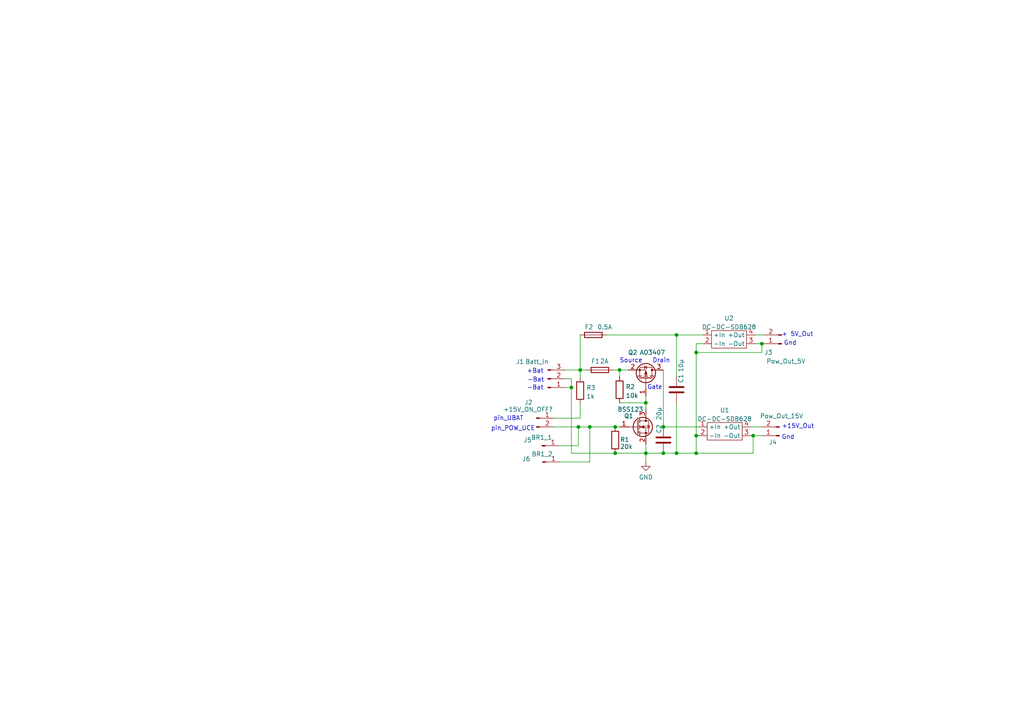
<source format=kicad_sch>
(kicad_sch (version 20211123) (generator eeschema)

  (uuid c3ea0578-92ff-4bf6-a1e1-e6211374ef30)

  (paper "A4")

  (lib_symbols
    (symbol "Connector:Conn_01x01_Male" (pin_names (offset 1.016) hide) (in_bom yes) (on_board yes)
      (property "Reference" "J" (id 0) (at 0 2.54 0)
        (effects (font (size 1.27 1.27)))
      )
      (property "Value" "Conn_01x01_Male" (id 1) (at 0 -2.54 0)
        (effects (font (size 1.27 1.27)))
      )
      (property "Footprint" "" (id 2) (at 0 0 0)
        (effects (font (size 1.27 1.27)) hide)
      )
      (property "Datasheet" "~" (id 3) (at 0 0 0)
        (effects (font (size 1.27 1.27)) hide)
      )
      (property "ki_keywords" "connector" (id 4) (at 0 0 0)
        (effects (font (size 1.27 1.27)) hide)
      )
      (property "ki_description" "Generic connector, single row, 01x01, script generated (kicad-library-utils/schlib/autogen/connector/)" (id 5) (at 0 0 0)
        (effects (font (size 1.27 1.27)) hide)
      )
      (property "ki_fp_filters" "Connector*:*" (id 6) (at 0 0 0)
        (effects (font (size 1.27 1.27)) hide)
      )
      (symbol "Conn_01x01_Male_1_1"
        (polyline
          (pts
            (xy 1.27 0)
            (xy 0.8636 0)
          )
          (stroke (width 0.1524) (type default) (color 0 0 0 0))
          (fill (type none))
        )
        (rectangle (start 0.8636 0.127) (end 0 -0.127)
          (stroke (width 0.1524) (type default) (color 0 0 0 0))
          (fill (type outline))
        )
        (pin passive line (at 5.08 0 180) (length 3.81)
          (name "Pin_1" (effects (font (size 1.27 1.27))))
          (number "1" (effects (font (size 1.27 1.27))))
        )
      )
    )
    (symbol "Connector:Conn_01x02_Male" (pin_names (offset 1.016) hide) (in_bom yes) (on_board yes)
      (property "Reference" "J" (id 0) (at 0 2.54 0)
        (effects (font (size 1.27 1.27)))
      )
      (property "Value" "Conn_01x02_Male" (id 1) (at 0 -5.08 0)
        (effects (font (size 1.27 1.27)))
      )
      (property "Footprint" "" (id 2) (at 0 0 0)
        (effects (font (size 1.27 1.27)) hide)
      )
      (property "Datasheet" "~" (id 3) (at 0 0 0)
        (effects (font (size 1.27 1.27)) hide)
      )
      (property "ki_keywords" "connector" (id 4) (at 0 0 0)
        (effects (font (size 1.27 1.27)) hide)
      )
      (property "ki_description" "Generic connector, single row, 01x02, script generated (kicad-library-utils/schlib/autogen/connector/)" (id 5) (at 0 0 0)
        (effects (font (size 1.27 1.27)) hide)
      )
      (property "ki_fp_filters" "Connector*:*_1x??_*" (id 6) (at 0 0 0)
        (effects (font (size 1.27 1.27)) hide)
      )
      (symbol "Conn_01x02_Male_1_1"
        (polyline
          (pts
            (xy 1.27 -2.54)
            (xy 0.8636 -2.54)
          )
          (stroke (width 0.1524) (type default) (color 0 0 0 0))
          (fill (type none))
        )
        (polyline
          (pts
            (xy 1.27 0)
            (xy 0.8636 0)
          )
          (stroke (width 0.1524) (type default) (color 0 0 0 0))
          (fill (type none))
        )
        (rectangle (start 0.8636 -2.413) (end 0 -2.667)
          (stroke (width 0.1524) (type default) (color 0 0 0 0))
          (fill (type outline))
        )
        (rectangle (start 0.8636 0.127) (end 0 -0.127)
          (stroke (width 0.1524) (type default) (color 0 0 0 0))
          (fill (type outline))
        )
        (pin passive line (at 5.08 0 180) (length 3.81)
          (name "Pin_1" (effects (font (size 1.27 1.27))))
          (number "1" (effects (font (size 1.27 1.27))))
        )
        (pin passive line (at 5.08 -2.54 180) (length 3.81)
          (name "Pin_2" (effects (font (size 1.27 1.27))))
          (number "2" (effects (font (size 1.27 1.27))))
        )
      )
    )
    (symbol "Connector:Conn_01x03_Male" (pin_names (offset 1.016) hide) (in_bom yes) (on_board yes)
      (property "Reference" "J" (id 0) (at 0 5.08 0)
        (effects (font (size 1.27 1.27)))
      )
      (property "Value" "Conn_01x03_Male" (id 1) (at 0 -5.08 0)
        (effects (font (size 1.27 1.27)))
      )
      (property "Footprint" "" (id 2) (at 0 0 0)
        (effects (font (size 1.27 1.27)) hide)
      )
      (property "Datasheet" "~" (id 3) (at 0 0 0)
        (effects (font (size 1.27 1.27)) hide)
      )
      (property "ki_keywords" "connector" (id 4) (at 0 0 0)
        (effects (font (size 1.27 1.27)) hide)
      )
      (property "ki_description" "Generic connector, single row, 01x03, script generated (kicad-library-utils/schlib/autogen/connector/)" (id 5) (at 0 0 0)
        (effects (font (size 1.27 1.27)) hide)
      )
      (property "ki_fp_filters" "Connector*:*_1x??_*" (id 6) (at 0 0 0)
        (effects (font (size 1.27 1.27)) hide)
      )
      (symbol "Conn_01x03_Male_1_1"
        (polyline
          (pts
            (xy 1.27 -2.54)
            (xy 0.8636 -2.54)
          )
          (stroke (width 0.1524) (type default) (color 0 0 0 0))
          (fill (type none))
        )
        (polyline
          (pts
            (xy 1.27 0)
            (xy 0.8636 0)
          )
          (stroke (width 0.1524) (type default) (color 0 0 0 0))
          (fill (type none))
        )
        (polyline
          (pts
            (xy 1.27 2.54)
            (xy 0.8636 2.54)
          )
          (stroke (width 0.1524) (type default) (color 0 0 0 0))
          (fill (type none))
        )
        (rectangle (start 0.8636 -2.413) (end 0 -2.667)
          (stroke (width 0.1524) (type default) (color 0 0 0 0))
          (fill (type outline))
        )
        (rectangle (start 0.8636 0.127) (end 0 -0.127)
          (stroke (width 0.1524) (type default) (color 0 0 0 0))
          (fill (type outline))
        )
        (rectangle (start 0.8636 2.667) (end 0 2.413)
          (stroke (width 0.1524) (type default) (color 0 0 0 0))
          (fill (type outline))
        )
        (pin passive line (at 5.08 2.54 180) (length 3.81)
          (name "Pin_1" (effects (font (size 1.27 1.27))))
          (number "1" (effects (font (size 1.27 1.27))))
        )
        (pin passive line (at 5.08 0 180) (length 3.81)
          (name "Pin_2" (effects (font (size 1.27 1.27))))
          (number "2" (effects (font (size 1.27 1.27))))
        )
        (pin passive line (at 5.08 -2.54 180) (length 3.81)
          (name "Pin_3" (effects (font (size 1.27 1.27))))
          (number "3" (effects (font (size 1.27 1.27))))
        )
      )
    )
    (symbol "Device:C" (pin_numbers hide) (pin_names (offset 0.254)) (in_bom yes) (on_board yes)
      (property "Reference" "C" (id 0) (at 0.635 2.54 0)
        (effects (font (size 1.27 1.27)) (justify left))
      )
      (property "Value" "C" (id 1) (at 0.635 -2.54 0)
        (effects (font (size 1.27 1.27)) (justify left))
      )
      (property "Footprint" "" (id 2) (at 0.9652 -3.81 0)
        (effects (font (size 1.27 1.27)) hide)
      )
      (property "Datasheet" "~" (id 3) (at 0 0 0)
        (effects (font (size 1.27 1.27)) hide)
      )
      (property "ki_keywords" "cap capacitor" (id 4) (at 0 0 0)
        (effects (font (size 1.27 1.27)) hide)
      )
      (property "ki_description" "Unpolarized capacitor" (id 5) (at 0 0 0)
        (effects (font (size 1.27 1.27)) hide)
      )
      (property "ki_fp_filters" "C_*" (id 6) (at 0 0 0)
        (effects (font (size 1.27 1.27)) hide)
      )
      (symbol "C_0_1"
        (polyline
          (pts
            (xy -2.032 -0.762)
            (xy 2.032 -0.762)
          )
          (stroke (width 0.508) (type default) (color 0 0 0 0))
          (fill (type none))
        )
        (polyline
          (pts
            (xy -2.032 0.762)
            (xy 2.032 0.762)
          )
          (stroke (width 0.508) (type default) (color 0 0 0 0))
          (fill (type none))
        )
      )
      (symbol "C_1_1"
        (pin passive line (at 0 3.81 270) (length 2.794)
          (name "~" (effects (font (size 1.27 1.27))))
          (number "1" (effects (font (size 1.27 1.27))))
        )
        (pin passive line (at 0 -3.81 90) (length 2.794)
          (name "~" (effects (font (size 1.27 1.27))))
          (number "2" (effects (font (size 1.27 1.27))))
        )
      )
    )
    (symbol "Device:Fuse" (pin_numbers hide) (pin_names (offset 0)) (in_bom yes) (on_board yes)
      (property "Reference" "F" (id 0) (at 2.032 0 90)
        (effects (font (size 1.27 1.27)))
      )
      (property "Value" "Fuse" (id 1) (at -1.905 0 90)
        (effects (font (size 1.27 1.27)))
      )
      (property "Footprint" "" (id 2) (at -1.778 0 90)
        (effects (font (size 1.27 1.27)) hide)
      )
      (property "Datasheet" "~" (id 3) (at 0 0 0)
        (effects (font (size 1.27 1.27)) hide)
      )
      (property "ki_keywords" "fuse" (id 4) (at 0 0 0)
        (effects (font (size 1.27 1.27)) hide)
      )
      (property "ki_description" "Fuse" (id 5) (at 0 0 0)
        (effects (font (size 1.27 1.27)) hide)
      )
      (property "ki_fp_filters" "*Fuse*" (id 6) (at 0 0 0)
        (effects (font (size 1.27 1.27)) hide)
      )
      (symbol "Fuse_0_1"
        (rectangle (start -0.762 -2.54) (end 0.762 2.54)
          (stroke (width 0.254) (type default) (color 0 0 0 0))
          (fill (type none))
        )
        (polyline
          (pts
            (xy 0 2.54)
            (xy 0 -2.54)
          )
          (stroke (width 0) (type default) (color 0 0 0 0))
          (fill (type none))
        )
      )
      (symbol "Fuse_1_1"
        (pin passive line (at 0 3.81 270) (length 1.27)
          (name "~" (effects (font (size 1.27 1.27))))
          (number "1" (effects (font (size 1.27 1.27))))
        )
        (pin passive line (at 0 -3.81 90) (length 1.27)
          (name "~" (effects (font (size 1.27 1.27))))
          (number "2" (effects (font (size 1.27 1.27))))
        )
      )
    )
    (symbol "Device:R" (pin_numbers hide) (pin_names (offset 0)) (in_bom yes) (on_board yes)
      (property "Reference" "R" (id 0) (at 2.032 0 90)
        (effects (font (size 1.27 1.27)))
      )
      (property "Value" "R" (id 1) (at 0 0 90)
        (effects (font (size 1.27 1.27)))
      )
      (property "Footprint" "" (id 2) (at -1.778 0 90)
        (effects (font (size 1.27 1.27)) hide)
      )
      (property "Datasheet" "~" (id 3) (at 0 0 0)
        (effects (font (size 1.27 1.27)) hide)
      )
      (property "ki_keywords" "R res resistor" (id 4) (at 0 0 0)
        (effects (font (size 1.27 1.27)) hide)
      )
      (property "ki_description" "Resistor" (id 5) (at 0 0 0)
        (effects (font (size 1.27 1.27)) hide)
      )
      (property "ki_fp_filters" "R_*" (id 6) (at 0 0 0)
        (effects (font (size 1.27 1.27)) hide)
      )
      (symbol "R_0_1"
        (rectangle (start -1.016 -2.54) (end 1.016 2.54)
          (stroke (width 0.254) (type default) (color 0 0 0 0))
          (fill (type none))
        )
      )
      (symbol "R_1_1"
        (pin passive line (at 0 3.81 270) (length 1.27)
          (name "~" (effects (font (size 1.27 1.27))))
          (number "1" (effects (font (size 1.27 1.27))))
        )
        (pin passive line (at 0 -3.81 90) (length 1.27)
          (name "~" (effects (font (size 1.27 1.27))))
          (number "2" (effects (font (size 1.27 1.27))))
        )
      )
    )
    (symbol "MyLibrary:DC-DC-MT3608" (in_bom yes) (on_board yes)
      (property "Reference" "U" (id 0) (at -6.35 7.62 0)
        (effects (font (size 1.27 1.27)))
      )
      (property "Value" "DC-DC-MT3608" (id 1) (at 0 5.08 0)
        (effects (font (size 1.27 1.27)))
      )
      (property "Footprint" "" (id 2) (at 0 0 0)
        (effects (font (size 1.27 1.27)) hide)
      )
      (property "Datasheet" "" (id 3) (at 0 0 0)
        (effects (font (size 1.27 1.27)) hide)
      )
      (symbol "DC-DC-MT3608_0_1"
        (rectangle (start 6.35 -1.27) (end -3.81 3.81)
          (stroke (width 0) (type default) (color 0 0 0 0))
          (fill (type none))
        )
      )
      (symbol "DC-DC-MT3608_1_1"
        (pin input line (at -6.35 2.54 0) (length 2.54)
          (name "+In" (effects (font (size 1.27 1.27))))
          (number "1" (effects (font (size 1.27 1.27))))
        )
        (pin input line (at -6.35 0 0) (length 2.54)
          (name "-In" (effects (font (size 1.27 1.27))))
          (number "2" (effects (font (size 1.27 1.27))))
        )
        (pin output line (at 8.89 0 180) (length 2.54)
          (name "-Out" (effects (font (size 1.27 1.27))))
          (number "3" (effects (font (size 1.27 1.27))))
        )
        (pin output line (at 8.89 2.54 180) (length 2.54)
          (name "+Out" (effects (font (size 1.27 1.27))))
          (number "4" (effects (font (size 1.27 1.27))))
        )
      )
    )
    (symbol "Transistor_FET:AO3401A" (pin_names hide) (in_bom yes) (on_board yes)
      (property "Reference" "Q" (id 0) (at 5.08 1.905 0)
        (effects (font (size 1.27 1.27)) (justify left))
      )
      (property "Value" "AO3401A" (id 1) (at 5.08 0 0)
        (effects (font (size 1.27 1.27)) (justify left))
      )
      (property "Footprint" "Package_TO_SOT_SMD:SOT-23" (id 2) (at 5.08 -1.905 0)
        (effects (font (size 1.27 1.27) italic) (justify left) hide)
      )
      (property "Datasheet" "http://www.aosmd.com/pdfs/datasheet/AO3401A.pdf" (id 3) (at 0 0 0)
        (effects (font (size 1.27 1.27)) (justify left) hide)
      )
      (property "ki_keywords" "P-Channel MOSFET" (id 4) (at 0 0 0)
        (effects (font (size 1.27 1.27)) hide)
      )
      (property "ki_description" "-4.0A Id, -30V Vds, P-Channel MOSFET, SOT-23" (id 5) (at 0 0 0)
        (effects (font (size 1.27 1.27)) hide)
      )
      (property "ki_fp_filters" "SOT?23*" (id 6) (at 0 0 0)
        (effects (font (size 1.27 1.27)) hide)
      )
      (symbol "AO3401A_0_1"
        (polyline
          (pts
            (xy 0.254 0)
            (xy -2.54 0)
          )
          (stroke (width 0) (type default) (color 0 0 0 0))
          (fill (type none))
        )
        (polyline
          (pts
            (xy 0.254 1.905)
            (xy 0.254 -1.905)
          )
          (stroke (width 0.254) (type default) (color 0 0 0 0))
          (fill (type none))
        )
        (polyline
          (pts
            (xy 0.762 -1.27)
            (xy 0.762 -2.286)
          )
          (stroke (width 0.254) (type default) (color 0 0 0 0))
          (fill (type none))
        )
        (polyline
          (pts
            (xy 0.762 0.508)
            (xy 0.762 -0.508)
          )
          (stroke (width 0.254) (type default) (color 0 0 0 0))
          (fill (type none))
        )
        (polyline
          (pts
            (xy 0.762 2.286)
            (xy 0.762 1.27)
          )
          (stroke (width 0.254) (type default) (color 0 0 0 0))
          (fill (type none))
        )
        (polyline
          (pts
            (xy 2.54 2.54)
            (xy 2.54 1.778)
          )
          (stroke (width 0) (type default) (color 0 0 0 0))
          (fill (type none))
        )
        (polyline
          (pts
            (xy 2.54 -2.54)
            (xy 2.54 0)
            (xy 0.762 0)
          )
          (stroke (width 0) (type default) (color 0 0 0 0))
          (fill (type none))
        )
        (polyline
          (pts
            (xy 0.762 1.778)
            (xy 3.302 1.778)
            (xy 3.302 -1.778)
            (xy 0.762 -1.778)
          )
          (stroke (width 0) (type default) (color 0 0 0 0))
          (fill (type none))
        )
        (polyline
          (pts
            (xy 2.286 0)
            (xy 1.27 0.381)
            (xy 1.27 -0.381)
            (xy 2.286 0)
          )
          (stroke (width 0) (type default) (color 0 0 0 0))
          (fill (type outline))
        )
        (polyline
          (pts
            (xy 2.794 -0.508)
            (xy 2.921 -0.381)
            (xy 3.683 -0.381)
            (xy 3.81 -0.254)
          )
          (stroke (width 0) (type default) (color 0 0 0 0))
          (fill (type none))
        )
        (polyline
          (pts
            (xy 3.302 -0.381)
            (xy 2.921 0.254)
            (xy 3.683 0.254)
            (xy 3.302 -0.381)
          )
          (stroke (width 0) (type default) (color 0 0 0 0))
          (fill (type none))
        )
        (circle (center 1.651 0) (radius 2.794)
          (stroke (width 0.254) (type default) (color 0 0 0 0))
          (fill (type none))
        )
        (circle (center 2.54 -1.778) (radius 0.254)
          (stroke (width 0) (type default) (color 0 0 0 0))
          (fill (type outline))
        )
        (circle (center 2.54 1.778) (radius 0.254)
          (stroke (width 0) (type default) (color 0 0 0 0))
          (fill (type outline))
        )
      )
      (symbol "AO3401A_1_1"
        (pin input line (at -5.08 0 0) (length 2.54)
          (name "G" (effects (font (size 1.27 1.27))))
          (number "1" (effects (font (size 1.27 1.27))))
        )
        (pin passive line (at 2.54 -5.08 90) (length 2.54)
          (name "S" (effects (font (size 1.27 1.27))))
          (number "2" (effects (font (size 1.27 1.27))))
        )
        (pin passive line (at 2.54 5.08 270) (length 2.54)
          (name "D" (effects (font (size 1.27 1.27))))
          (number "3" (effects (font (size 1.27 1.27))))
        )
      )
    )
    (symbol "Transistor_FET:BSS123" (pin_names hide) (in_bom yes) (on_board yes)
      (property "Reference" "Q" (id 0) (at 5.08 1.905 0)
        (effects (font (size 1.27 1.27)) (justify left))
      )
      (property "Value" "BSS123" (id 1) (at 5.08 0 0)
        (effects (font (size 1.27 1.27)) (justify left))
      )
      (property "Footprint" "Package_TO_SOT_SMD:SOT-23" (id 2) (at 5.08 -1.905 0)
        (effects (font (size 1.27 1.27) italic) (justify left) hide)
      )
      (property "Datasheet" "http://www.diodes.com/assets/Datasheets/ds30366.pdf" (id 3) (at 0 0 0)
        (effects (font (size 1.27 1.27)) (justify left) hide)
      )
      (property "ki_keywords" "N-Channel MOSFET" (id 4) (at 0 0 0)
        (effects (font (size 1.27 1.27)) hide)
      )
      (property "ki_description" "0.17A Id, 100V Vds, N-Channel MOSFET, SOT-23" (id 5) (at 0 0 0)
        (effects (font (size 1.27 1.27)) hide)
      )
      (property "ki_fp_filters" "SOT?23*" (id 6) (at 0 0 0)
        (effects (font (size 1.27 1.27)) hide)
      )
      (symbol "BSS123_0_1"
        (polyline
          (pts
            (xy 0.254 0)
            (xy -2.54 0)
          )
          (stroke (width 0) (type default) (color 0 0 0 0))
          (fill (type none))
        )
        (polyline
          (pts
            (xy 0.254 1.905)
            (xy 0.254 -1.905)
          )
          (stroke (width 0.254) (type default) (color 0 0 0 0))
          (fill (type none))
        )
        (polyline
          (pts
            (xy 0.762 -1.27)
            (xy 0.762 -2.286)
          )
          (stroke (width 0.254) (type default) (color 0 0 0 0))
          (fill (type none))
        )
        (polyline
          (pts
            (xy 0.762 0.508)
            (xy 0.762 -0.508)
          )
          (stroke (width 0.254) (type default) (color 0 0 0 0))
          (fill (type none))
        )
        (polyline
          (pts
            (xy 0.762 2.286)
            (xy 0.762 1.27)
          )
          (stroke (width 0.254) (type default) (color 0 0 0 0))
          (fill (type none))
        )
        (polyline
          (pts
            (xy 2.54 2.54)
            (xy 2.54 1.778)
          )
          (stroke (width 0) (type default) (color 0 0 0 0))
          (fill (type none))
        )
        (polyline
          (pts
            (xy 2.54 -2.54)
            (xy 2.54 0)
            (xy 0.762 0)
          )
          (stroke (width 0) (type default) (color 0 0 0 0))
          (fill (type none))
        )
        (polyline
          (pts
            (xy 0.762 -1.778)
            (xy 3.302 -1.778)
            (xy 3.302 1.778)
            (xy 0.762 1.778)
          )
          (stroke (width 0) (type default) (color 0 0 0 0))
          (fill (type none))
        )
        (polyline
          (pts
            (xy 1.016 0)
            (xy 2.032 0.381)
            (xy 2.032 -0.381)
            (xy 1.016 0)
          )
          (stroke (width 0) (type default) (color 0 0 0 0))
          (fill (type outline))
        )
        (polyline
          (pts
            (xy 2.794 0.508)
            (xy 2.921 0.381)
            (xy 3.683 0.381)
            (xy 3.81 0.254)
          )
          (stroke (width 0) (type default) (color 0 0 0 0))
          (fill (type none))
        )
        (polyline
          (pts
            (xy 3.302 0.381)
            (xy 2.921 -0.254)
            (xy 3.683 -0.254)
            (xy 3.302 0.381)
          )
          (stroke (width 0) (type default) (color 0 0 0 0))
          (fill (type none))
        )
        (circle (center 1.651 0) (radius 2.794)
          (stroke (width 0.254) (type default) (color 0 0 0 0))
          (fill (type none))
        )
        (circle (center 2.54 -1.778) (radius 0.254)
          (stroke (width 0) (type default) (color 0 0 0 0))
          (fill (type outline))
        )
        (circle (center 2.54 1.778) (radius 0.254)
          (stroke (width 0) (type default) (color 0 0 0 0))
          (fill (type outline))
        )
      )
      (symbol "BSS123_1_1"
        (pin input line (at -5.08 0 0) (length 2.54)
          (name "G" (effects (font (size 1.27 1.27))))
          (number "1" (effects (font (size 1.27 1.27))))
        )
        (pin passive line (at 2.54 -5.08 90) (length 2.54)
          (name "S" (effects (font (size 1.27 1.27))))
          (number "2" (effects (font (size 1.27 1.27))))
        )
        (pin passive line (at 2.54 5.08 270) (length 2.54)
          (name "D" (effects (font (size 1.27 1.27))))
          (number "3" (effects (font (size 1.27 1.27))))
        )
      )
    )
    (symbol "power:GND" (power) (pin_names (offset 0)) (in_bom yes) (on_board yes)
      (property "Reference" "#PWR" (id 0) (at 0 -6.35 0)
        (effects (font (size 1.27 1.27)) hide)
      )
      (property "Value" "GND" (id 1) (at 0 -3.81 0)
        (effects (font (size 1.27 1.27)))
      )
      (property "Footprint" "" (id 2) (at 0 0 0)
        (effects (font (size 1.27 1.27)) hide)
      )
      (property "Datasheet" "" (id 3) (at 0 0 0)
        (effects (font (size 1.27 1.27)) hide)
      )
      (property "ki_keywords" "global power" (id 4) (at 0 0 0)
        (effects (font (size 1.27 1.27)) hide)
      )
      (property "ki_description" "Power symbol creates a global label with name \"GND\" , ground" (id 5) (at 0 0 0)
        (effects (font (size 1.27 1.27)) hide)
      )
      (symbol "GND_0_1"
        (polyline
          (pts
            (xy 0 0)
            (xy 0 -1.27)
            (xy 1.27 -1.27)
            (xy 0 -2.54)
            (xy -1.27 -1.27)
            (xy 0 -1.27)
          )
          (stroke (width 0) (type default) (color 0 0 0 0))
          (fill (type none))
        )
      )
      (symbol "GND_1_1"
        (pin power_in line (at 0 0 270) (length 0) hide
          (name "GND" (effects (font (size 1.27 1.27))))
          (number "1" (effects (font (size 1.27 1.27))))
        )
      )
    )
  )

  (junction (at 178.435 123.825) (diameter 0) (color 0 0 0 0)
    (uuid 0229a5d1-6798-49c9-b616-11aae27b82e2)
  )
  (junction (at 165.735 112.395) (diameter 0) (color 0 0 0 0)
    (uuid 1549dd87-22c8-4e0a-ae75-515d9a9b1010)
  )
  (junction (at 218.44 126.365) (diameter 0) (color 0 0 0 0)
    (uuid 16348ce5-6413-4eb0-adc8-4adea4a8f036)
  )
  (junction (at 187.325 116.84) (diameter 0) (color 0 0 0 0)
    (uuid 29b915f9-b260-47bc-9219-3472267a2187)
  )
  (junction (at 220.98 99.695) (diameter 0) (color 0 0 0 0)
    (uuid 3d218318-715f-42b5-9e9c-81627b428f66)
  )
  (junction (at 167.767 123.825) (diameter 0) (color 0 0 0 0)
    (uuid 4b7ebab2-e88b-42b8-8af6-0780fe38cb31)
  )
  (junction (at 171.069 123.825) (diameter 0) (color 0 0 0 0)
    (uuid 79b4df33-b508-41e6-aec1-1292613802ad)
  )
  (junction (at 192.405 123.825) (diameter 0) (color 0 0 0 0)
    (uuid 8b16eb32-74fc-4e09-9b83-b3e29980a3ba)
  )
  (junction (at 168.275 107.315) (diameter 0) (color 0 0 0 0)
    (uuid 8c20a2b0-aba2-40bf-ac62-5bb2befc3cbe)
  )
  (junction (at 201.93 126.365) (diameter 0) (color 0 0 0 0)
    (uuid 8e37fbd3-dfc7-4622-8a53-2dd88bbb4520)
  )
  (junction (at 179.705 107.315) (diameter 0) (color 0 0 0 0)
    (uuid 9636037e-6218-481e-8099-8f9d3fa5f50d)
  )
  (junction (at 178.435 131.445) (diameter 0) (color 0 0 0 0)
    (uuid 9e17088f-4c41-49a3-91cc-b763b6b4fe74)
  )
  (junction (at 201.93 102.235) (diameter 0) (color 0 0 0 0)
    (uuid a26be092-3f52-458d-a7bf-5df062fccf4e)
  )
  (junction (at 196.215 131.445) (diameter 0) (color 0 0 0 0)
    (uuid a70adf81-70e2-4954-ac24-87437854f847)
  )
  (junction (at 201.93 131.445) (diameter 0) (color 0 0 0 0)
    (uuid be3bca6c-5957-459d-8635-737f9b29f0aa)
  )
  (junction (at 187.325 131.445) (diameter 0) (color 0 0 0 0)
    (uuid da853990-8817-44ba-9308-ac6b5bb9d42a)
  )
  (junction (at 192.405 131.445) (diameter 0) (color 0 0 0 0)
    (uuid e5970084-5e26-43bf-bd56-0f7e21086f53)
  )
  (junction (at 196.215 97.155) (diameter 0) (color 0 0 0 0)
    (uuid f1ed7fc4-a5af-45ed-a2ad-605adcc51764)
  )

  (wire (pts (xy 187.325 128.905) (xy 187.325 131.445))
    (stroke (width 0) (type default) (color 0 0 0 0))
    (uuid 05b0a390-7fba-4dd7-a2da-40d36212a3b6)
  )
  (wire (pts (xy 201.93 131.445) (xy 218.44 131.445))
    (stroke (width 0) (type default) (color 0 0 0 0))
    (uuid 081b9dcf-5128-4c09-be60-53a7da7560ad)
  )
  (wire (pts (xy 220.98 99.695) (xy 220.98 102.235))
    (stroke (width 0) (type default) (color 0 0 0 0))
    (uuid 081d9a35-044a-4d4f-b058-4e0c39fdfb45)
  )
  (wire (pts (xy 162.433 133.985) (xy 171.069 133.985))
    (stroke (width 0) (type default) (color 0 0 0 0))
    (uuid 08fccecf-72a7-420c-adf6-97e215474b87)
  )
  (wire (pts (xy 201.93 102.235) (xy 220.98 102.235))
    (stroke (width 0) (type default) (color 0 0 0 0))
    (uuid 0c1ab3b7-5c88-405d-9b94-d24b11384994)
  )
  (wire (pts (xy 187.325 114.935) (xy 187.325 116.84))
    (stroke (width 0) (type default) (color 0 0 0 0))
    (uuid 1b328eba-f10a-4716-8af4-e1ac49f37fe0)
  )
  (wire (pts (xy 187.325 131.445) (xy 192.405 131.445))
    (stroke (width 0) (type default) (color 0 0 0 0))
    (uuid 1d7c50aa-8898-480f-8f20-07e3fa0a9a24)
  )
  (wire (pts (xy 163.957 112.395) (xy 165.735 112.395))
    (stroke (width 0) (type default) (color 0 0 0 0))
    (uuid 1e0fe2fd-a3b1-4bc3-9e16-b04d3beafdc2)
  )
  (wire (pts (xy 201.93 126.365) (xy 201.93 102.235))
    (stroke (width 0) (type default) (color 0 0 0 0))
    (uuid 1e407785-ba07-4e7b-af33-86c6c41f66f9)
  )
  (wire (pts (xy 179.705 107.315) (xy 182.245 107.315))
    (stroke (width 0) (type default) (color 0 0 0 0))
    (uuid 22219f3d-8069-459e-aa6a-164c4bf71b36)
  )
  (wire (pts (xy 160.655 121.285) (xy 168.275 121.285))
    (stroke (width 0) (type default) (color 0 0 0 0))
    (uuid 2d621992-7107-4cb6-bef5-3e9367b3a450)
  )
  (wire (pts (xy 167.767 129.286) (xy 167.767 123.825))
    (stroke (width 0) (type default) (color 0 0 0 0))
    (uuid 2fd57e83-a028-4963-8ed9-88e33a35f4ae)
  )
  (wire (pts (xy 160.655 123.825) (xy 167.767 123.825))
    (stroke (width 0) (type default) (color 0 0 0 0))
    (uuid 32177bdc-b6bf-4f6f-b2dc-f6d5b6aa421e)
  )
  (wire (pts (xy 163.957 109.855) (xy 165.735 109.855))
    (stroke (width 0) (type default) (color 0 0 0 0))
    (uuid 32ae59db-42f2-4fe8-9233-8de3ae986910)
  )
  (wire (pts (xy 179.705 107.315) (xy 179.705 109.22))
    (stroke (width 0) (type default) (color 0 0 0 0))
    (uuid 33108f1b-5976-46dd-90cc-4855782b4f6d)
  )
  (wire (pts (xy 178.435 131.445) (xy 187.325 131.445))
    (stroke (width 0) (type default) (color 0 0 0 0))
    (uuid 37c65f4e-7d18-470b-9620-fc927bde199a)
  )
  (wire (pts (xy 187.325 116.84) (xy 187.325 118.745))
    (stroke (width 0) (type default) (color 0 0 0 0))
    (uuid 384e970a-5879-4108-8fcb-398e787224a1)
  )
  (wire (pts (xy 171.069 123.825) (xy 178.435 123.825))
    (stroke (width 0) (type default) (color 0 0 0 0))
    (uuid 3ba09dc2-dc1d-449a-a51f-d0729bded04c)
  )
  (wire (pts (xy 196.215 116.84) (xy 196.215 131.445))
    (stroke (width 0) (type default) (color 0 0 0 0))
    (uuid 47c83de0-b1b1-49e6-81e1-cd771c5a3563)
  )
  (wire (pts (xy 187.325 131.445) (xy 187.325 133.985))
    (stroke (width 0) (type default) (color 0 0 0 0))
    (uuid 4f3fa27d-63d7-4d1e-9302-e82ad089d2d3)
  )
  (wire (pts (xy 163.957 107.315) (xy 168.275 107.315))
    (stroke (width 0) (type default) (color 0 0 0 0))
    (uuid 53ce6c7e-bfea-42fb-9767-b29e4d36547e)
  )
  (wire (pts (xy 217.805 123.825) (xy 220.98 123.825))
    (stroke (width 0) (type default) (color 0 0 0 0))
    (uuid 5f05990d-1fcd-4ff9-9cf7-490b2e8bece0)
  )
  (wire (pts (xy 171.069 133.985) (xy 171.069 123.825))
    (stroke (width 0) (type default) (color 0 0 0 0))
    (uuid 669ca8af-60cd-49c1-81cc-59d76a4b5769)
  )
  (wire (pts (xy 177.8 107.315) (xy 179.705 107.315))
    (stroke (width 0) (type default) (color 0 0 0 0))
    (uuid 67632a57-665e-4686-b8bd-a16b9646c698)
  )
  (wire (pts (xy 179.705 116.84) (xy 187.325 116.84))
    (stroke (width 0) (type default) (color 0 0 0 0))
    (uuid 6fd20998-f71c-4a3b-b70f-49ae9703303c)
  )
  (wire (pts (xy 168.275 97.155) (xy 168.275 107.315))
    (stroke (width 0) (type default) (color 0 0 0 0))
    (uuid 76136b99-334a-4c3d-a4ac-7a8f68c0254d)
  )
  (wire (pts (xy 165.735 112.395) (xy 165.735 131.445))
    (stroke (width 0) (type default) (color 0 0 0 0))
    (uuid 7bfaf601-5796-45b7-a10d-64497ed8e2d6)
  )
  (wire (pts (xy 217.805 126.365) (xy 218.44 126.365))
    (stroke (width 0) (type default) (color 0 0 0 0))
    (uuid 8ae9ac9f-35dd-4617-bbc1-9a1aeb1b1254)
  )
  (wire (pts (xy 167.767 123.825) (xy 171.069 123.825))
    (stroke (width 0) (type default) (color 0 0 0 0))
    (uuid 8bbac868-42db-4c2c-a160-6019a54a6f8f)
  )
  (wire (pts (xy 165.735 109.855) (xy 165.735 112.395))
    (stroke (width 0) (type default) (color 0 0 0 0))
    (uuid 8ce83573-2ab6-40bb-a981-03c0d7f4233e)
  )
  (wire (pts (xy 220.98 99.695) (xy 221.615 99.695))
    (stroke (width 0) (type default) (color 0 0 0 0))
    (uuid 9d6df66c-a8ca-4ff4-9662-c33dbd7509c1)
  )
  (wire (pts (xy 168.275 107.315) (xy 170.18 107.315))
    (stroke (width 0) (type default) (color 0 0 0 0))
    (uuid 9fe09ded-23a4-4d7a-a5c6-ba6b68efbf36)
  )
  (wire (pts (xy 201.93 126.365) (xy 202.565 126.365))
    (stroke (width 0) (type default) (color 0 0 0 0))
    (uuid a01680a0-d526-4bc6-a6dc-e3a05a85dae2)
  )
  (wire (pts (xy 192.405 131.445) (xy 196.215 131.445))
    (stroke (width 0) (type default) (color 0 0 0 0))
    (uuid a1f36b1b-68f1-43c4-96dd-2c21ceb5c4c1)
  )
  (wire (pts (xy 175.895 97.155) (xy 196.215 97.155))
    (stroke (width 0) (type default) (color 0 0 0 0))
    (uuid b003fa07-821e-41a7-ac90-54509e0f997e)
  )
  (wire (pts (xy 218.44 126.365) (xy 220.98 126.365))
    (stroke (width 0) (type default) (color 0 0 0 0))
    (uuid b288769b-493f-4466-aed6-0868586ede4d)
  )
  (wire (pts (xy 201.93 126.365) (xy 201.93 131.445))
    (stroke (width 0) (type default) (color 0 0 0 0))
    (uuid b719c44d-e9fb-44f8-95c4-9ee1e50acbaf)
  )
  (wire (pts (xy 218.44 131.445) (xy 218.44 126.365))
    (stroke (width 0) (type default) (color 0 0 0 0))
    (uuid b744ec4f-4d83-42d0-aea3-b44f0fc97b59)
  )
  (wire (pts (xy 192.405 123.825) (xy 192.405 107.315))
    (stroke (width 0) (type default) (color 0 0 0 0))
    (uuid b7fb837a-6853-4b67-b8e2-0b22354e2694)
  )
  (wire (pts (xy 162.306 129.286) (xy 167.767 129.286))
    (stroke (width 0) (type default) (color 0 0 0 0))
    (uuid bb1186a0-7ab8-42a0-82e1-14176dbeb05a)
  )
  (wire (pts (xy 165.735 131.445) (xy 178.435 131.445))
    (stroke (width 0) (type default) (color 0 0 0 0))
    (uuid c13cee8e-8425-4541-a190-5d962493bd01)
  )
  (wire (pts (xy 196.215 131.445) (xy 201.93 131.445))
    (stroke (width 0) (type default) (color 0 0 0 0))
    (uuid c5fc8ef9-df78-4c4b-a87d-c94cf8b74d10)
  )
  (wire (pts (xy 168.275 117.094) (xy 168.275 121.285))
    (stroke (width 0) (type default) (color 0 0 0 0))
    (uuid c943f70e-6837-45ab-8fd1-633d01631e90)
  )
  (wire (pts (xy 178.435 123.825) (xy 179.705 123.825))
    (stroke (width 0) (type default) (color 0 0 0 0))
    (uuid cb59c2ca-5d8f-48ae-a6da-9aac6ee563bd)
  )
  (wire (pts (xy 168.275 107.315) (xy 168.275 109.474))
    (stroke (width 0) (type default) (color 0 0 0 0))
    (uuid cd8856cf-a1d7-4eed-808c-1e5f04c93beb)
  )
  (wire (pts (xy 196.215 97.155) (xy 203.835 97.155))
    (stroke (width 0) (type default) (color 0 0 0 0))
    (uuid d7023bb4-ba8d-4233-a762-2fc8cf1f0a23)
  )
  (wire (pts (xy 201.93 99.695) (xy 203.835 99.695))
    (stroke (width 0) (type default) (color 0 0 0 0))
    (uuid e1d7351b-a9a0-46cb-be4d-beb700857050)
  )
  (wire (pts (xy 196.215 97.155) (xy 196.215 109.22))
    (stroke (width 0) (type default) (color 0 0 0 0))
    (uuid e510bfee-3d3b-4266-b023-c6c1e426e4b3)
  )
  (wire (pts (xy 201.93 102.235) (xy 201.93 99.695))
    (stroke (width 0) (type default) (color 0 0 0 0))
    (uuid eb0dfda9-4349-455c-8344-f5a2e13d9011)
  )
  (wire (pts (xy 192.405 123.825) (xy 202.565 123.825))
    (stroke (width 0) (type default) (color 0 0 0 0))
    (uuid ece2dac7-a4c1-46bc-91c9-16922f32f7af)
  )
  (wire (pts (xy 219.075 99.695) (xy 220.98 99.695))
    (stroke (width 0) (type default) (color 0 0 0 0))
    (uuid f130cfc3-72e0-4622-8b69-ed1be44a8162)
  )
  (wire (pts (xy 219.075 97.155) (xy 221.615 97.155))
    (stroke (width 0) (type default) (color 0 0 0 0))
    (uuid f1b5f88a-82b3-45e7-b16e-2099ef2079c6)
  )

  (text "Drain" (at 189.23 105.41 0)
    (effects (font (size 1.27 1.27)) (justify left bottom))
    (uuid 012e2be7-c92f-49e6-9552-73faa3bce35c)
  )
  (text "pin_UBAT" (at 143.129 122.174 0)
    (effects (font (size 1.27 1.27)) (justify left bottom))
    (uuid 2c4b7f4e-9f34-4266-b0ff-cb63cd4363f2)
  )
  (text "-Bat" (at 152.781 113.284 0)
    (effects (font (size 1.27 1.27)) (justify left bottom))
    (uuid 338d3bc2-5a88-4b96-826f-324592557999)
  )
  (text "Source" (at 179.705 105.41 0)
    (effects (font (size 1.27 1.27)) (justify left bottom))
    (uuid 463b4f05-0cc8-48b3-9f90-5e71e9d61b36)
  )
  (text "+Bat" (at 152.781 108.458 0)
    (effects (font (size 1.27 1.27)) (justify left bottom))
    (uuid 464d1115-497f-4352-b725-0d9fcd65b34e)
  )
  (text "pin_POW_UCE" (at 142.367 125.095 0)
    (effects (font (size 1.27 1.27)) (justify left bottom))
    (uuid 4a8a25c0-9aa7-4a42-b3b6-6d3bd720063a)
  )
  (text "+15V_Out" (at 226.695 124.46 0)
    (effects (font (size 1.27 1.27)) (justify left bottom))
    (uuid 627f936e-53c2-4cca-acee-1c2a1408555f)
  )
  (text "-Bat" (at 152.908 110.998 0)
    (effects (font (size 1.27 1.27)) (justify left bottom))
    (uuid 7739213b-6be5-468f-8c81-bcc179b63f04)
  )
  (text "Gnd" (at 226.695 127.635 0)
    (effects (font (size 1.27 1.27)) (justify left bottom))
    (uuid 98479078-861d-4e61-bce0-e77433c6e289)
  )
  (text "Gate" (at 187.706 113.157 0)
    (effects (font (size 1.27 1.27)) (justify left bottom))
    (uuid b826d7aa-e9d0-41d4-9241-dab9f47cb83f)
  )
  (text "Gnd" (at 227.33 100.33 0)
    (effects (font (size 1.27 1.27)) (justify left bottom))
    (uuid beaa7306-697f-4309-b488-25aa4ffa9440)
  )
  (text "+ 5V_Out" (at 226.695 97.79 0)
    (effects (font (size 1.27 1.27)) (justify left bottom))
    (uuid dc664220-79ce-4000-b0f1-b5c35d288c55)
  )

  (symbol (lib_id "Connector:Conn_01x02_Male") (at 226.695 99.695 180) (unit 1)
    (in_bom yes) (on_board yes)
    (uuid 021ffd8c-04e5-47e5-904f-cb785bc3c18f)
    (property "Reference" "J3" (id 0) (at 222.885 102.235 0))
    (property "Value" "Pow_Out_5V" (id 1) (at 227.965 104.775 0))
    (property "Footprint" "Connector_PinHeader_2.54mm:PinHeader_1x02_P2.54mm_Vertical" (id 2) (at 226.695 99.695 0)
      (effects (font (size 1.27 1.27)) hide)
    )
    (property "Datasheet" "~" (id 3) (at 226.695 99.695 0)
      (effects (font (size 1.27 1.27)) hide)
    )
    (pin "1" (uuid 40af5951-eccc-4a40-b585-127aee5dc3cf))
    (pin "2" (uuid ea7c2c80-54a9-4aa0-a978-a41652025ad1))
  )

  (symbol (lib_id "Device:R") (at 168.275 113.284 0) (unit 1)
    (in_bom yes) (on_board yes) (fields_autoplaced)
    (uuid 06848055-f8c1-4a9d-97a4-cadaa93f73b6)
    (property "Reference" "R3" (id 0) (at 170.053 112.4493 0)
      (effects (font (size 1.27 1.27)) (justify left))
    )
    (property "Value" "1k" (id 1) (at 170.053 114.9862 0)
      (effects (font (size 1.27 1.27)) (justify left))
    )
    (property "Footprint" "Resistor_SMD:R_1206_3216Metric_Pad1.30x1.75mm_HandSolder" (id 2) (at 166.497 113.284 90)
      (effects (font (size 1.27 1.27)) hide)
    )
    (property "Datasheet" "~" (id 3) (at 168.275 113.284 0)
      (effects (font (size 1.27 1.27)) hide)
    )
    (pin "1" (uuid fab5b643-f7df-4978-88fb-79e02aa24a3f))
    (pin "2" (uuid d9c857d1-5c6e-4714-926e-0852d8ee461f))
  )

  (symbol (lib_id "MyLibrary:DC-DC-MT3608") (at 210.185 99.695 0) (unit 1)
    (in_bom yes) (on_board yes) (fields_autoplaced)
    (uuid 26e25936-eb95-4be0-8eac-4cef4922cc75)
    (property "Reference" "U2" (id 0) (at 211.455 92.3122 0))
    (property "Value" "DC-DC-SDB628" (id 1) (at 211.455 94.8491 0))
    (property "Footprint" "Library:DC-DC-SDB628" (id 2) (at 210.185 99.695 0)
      (effects (font (size 1.27 1.27)) hide)
    )
    (property "Datasheet" "" (id 3) (at 210.185 99.695 0)
      (effects (font (size 1.27 1.27)) hide)
    )
    (pin "1" (uuid d9d1356b-3544-4754-b4d5-3af6a30451d7))
    (pin "2" (uuid bbcc1de1-29c0-47a5-bdfa-bd396142bfd6))
    (pin "3" (uuid b7423100-6a7b-45e6-928f-b672143164a0))
    (pin "4" (uuid c5d8dd08-bacd-424b-b573-67fa56958da0))
  )

  (symbol (lib_id "Device:R") (at 178.435 127.635 0) (unit 1)
    (in_bom yes) (on_board yes)
    (uuid 271fc7f6-49c4-4191-83c8-f4296fc27c67)
    (property "Reference" "R1" (id 0) (at 179.832 127.508 0)
      (effects (font (size 1.27 1.27)) (justify left))
    )
    (property "Value" "20k" (id 1) (at 179.832 129.54 0)
      (effects (font (size 1.27 1.27)) (justify left))
    )
    (property "Footprint" "Resistor_SMD:R_1206_3216Metric_Pad1.30x1.75mm_HandSolder" (id 2) (at 176.657 127.635 90)
      (effects (font (size 1.27 1.27)) hide)
    )
    (property "Datasheet" "~" (id 3) (at 178.435 127.635 0)
      (effects (font (size 1.27 1.27)) hide)
    )
    (pin "1" (uuid f58e9f98-2cd9-4c7c-95dd-fe402b3a3722))
    (pin "2" (uuid 5bfb7e34-a5d8-4811-8799-4a1ac18c3327))
  )

  (symbol (lib_id "Device:C") (at 196.215 113.03 0) (unit 1)
    (in_bom yes) (on_board yes)
    (uuid 2ac84aa2-4925-4785-b07a-718d5c6042f0)
    (property "Reference" "C1" (id 0) (at 197.485 111.125 90)
      (effects (font (size 1.27 1.27)) (justify left))
    )
    (property "Value" "10µ" (id 1) (at 197.485 107.95 90)
      (effects (font (size 1.27 1.27)) (justify left))
    )
    (property "Footprint" "Capacitor_SMD:C_1206_3216Metric_Pad1.33x1.80mm_HandSolder" (id 2) (at 197.1802 116.84 0)
      (effects (font (size 1.27 1.27)) hide)
    )
    (property "Datasheet" "~" (id 3) (at 196.215 113.03 0)
      (effects (font (size 1.27 1.27)) hide)
    )
    (pin "1" (uuid 84667884-588a-4b8c-a951-ad8df6a9506d))
    (pin "2" (uuid 86187978-2956-43e9-9c41-879bbb6b5f48))
  )

  (symbol (lib_id "MyLibrary:DC-DC-MT3608") (at 208.915 126.365 0) (unit 1)
    (in_bom yes) (on_board yes) (fields_autoplaced)
    (uuid 340788c7-ac11-46f5-8a3c-76875ac07118)
    (property "Reference" "U1" (id 0) (at 210.185 118.9822 0))
    (property "Value" "DC-DC-SDB628" (id 1) (at 210.185 121.5191 0))
    (property "Footprint" "Library:DC-DC-SDB628" (id 2) (at 208.915 126.365 0)
      (effects (font (size 1.27 1.27)) hide)
    )
    (property "Datasheet" "" (id 3) (at 208.915 126.365 0)
      (effects (font (size 1.27 1.27)) hide)
    )
    (pin "1" (uuid 750f7980-3d79-490b-a623-a705c5f61745))
    (pin "2" (uuid 9e694682-85a8-4a2f-bd5c-7270e2b9818f))
    (pin "3" (uuid c208ea2a-6ea5-44d0-a6b3-11f87f5f572b))
    (pin "4" (uuid e0dc854d-9cbe-4f3c-aaa3-83c770cf8547))
  )

  (symbol (lib_id "Connector:Conn_01x01_Male") (at 157.353 133.985 0) (unit 1)
    (in_bom yes) (on_board yes)
    (uuid 3f4fed46-7f82-4f6c-abf2-79cb26272931)
    (property "Reference" "J6" (id 0) (at 152.654 133.096 0))
    (property "Value" "BR1_2" (id 1) (at 157.226 131.699 0))
    (property "Footprint" "Connector_PinHeader_2.54mm:PinHeader_1x01_P2.54mm_Vertical" (id 2) (at 157.353 133.985 0)
      (effects (font (size 1.27 1.27)) hide)
    )
    (property "Datasheet" "~" (id 3) (at 157.353 133.985 0)
      (effects (font (size 1.27 1.27)) hide)
    )
    (pin "1" (uuid 5a78de71-81f5-4630-9315-b8928222ca74))
  )

  (symbol (lib_id "Device:Fuse") (at 173.99 107.315 270) (unit 1)
    (in_bom yes) (on_board yes)
    (uuid 59dbfc71-1d17-41d8-b5ed-9cea8b51055f)
    (property "Reference" "F1" (id 0) (at 172.72 104.775 90))
    (property "Value" "2A" (id 1) (at 175.26 104.775 90))
    (property "Footprint" "Fuse:Fuse_1206_3216Metric_Pad1.42x1.75mm_HandSolder" (id 2) (at 173.99 105.537 90)
      (effects (font (size 1.27 1.27)) hide)
    )
    (property "Datasheet" "~" (id 3) (at 173.99 107.315 0)
      (effects (font (size 1.27 1.27)) hide)
    )
    (pin "1" (uuid c93f8194-8fcc-4a1c-bbe1-99067e63e309))
    (pin "2" (uuid 13bba1e6-312d-486b-ad64-60022def05f8))
  )

  (symbol (lib_id "Connector:Conn_01x02_Male") (at 226.06 126.365 180) (unit 1)
    (in_bom yes) (on_board yes)
    (uuid 7199f71d-e938-4543-a418-7f17f41d4f03)
    (property "Reference" "J4" (id 0) (at 224.155 128.27 0))
    (property "Value" "Pow_Out_15V" (id 1) (at 226.695 120.65 0))
    (property "Footprint" "Connector_PinHeader_2.54mm:PinHeader_1x02_P2.54mm_Vertical" (id 2) (at 226.06 126.365 0)
      (effects (font (size 1.27 1.27)) hide)
    )
    (property "Datasheet" "~" (id 3) (at 226.06 126.365 0)
      (effects (font (size 1.27 1.27)) hide)
    )
    (pin "1" (uuid 6d447867-7f3d-4218-be6f-34320b1c4afc))
    (pin "2" (uuid da6f8e84-a805-4e1c-8bea-c5f276964b0e))
  )

  (symbol (lib_id "Device:C") (at 192.405 127.635 0) (unit 1)
    (in_bom yes) (on_board yes)
    (uuid 8722280c-0df9-46fd-846a-7c4e39ba8b45)
    (property "Reference" "C2" (id 0) (at 191.135 125.73 90)
      (effects (font (size 1.27 1.27)) (justify left))
    )
    (property "Value" "20µ" (id 1) (at 191.135 121.92 90)
      (effects (font (size 1.27 1.27)) (justify left))
    )
    (property "Footprint" "Capacitor_SMD:C_1210_3225Metric_Pad1.33x2.70mm_HandSolder" (id 2) (at 193.3702 131.445 0)
      (effects (font (size 1.27 1.27)) hide)
    )
    (property "Datasheet" "~" (id 3) (at 192.405 127.635 0)
      (effects (font (size 1.27 1.27)) hide)
    )
    (pin "1" (uuid 921c60f1-4748-4107-8486-4341d5c3809d))
    (pin "2" (uuid 2b3a1bca-ac6a-4f19-b76f-2c6fa077be27))
  )

  (symbol (lib_id "Connector:Conn_01x03_Male") (at 158.877 109.855 0) (mirror x) (unit 1)
    (in_bom yes) (on_board yes)
    (uuid 89134361-6151-44be-a504-24a8b8341c75)
    (property "Reference" "J1" (id 0) (at 152.019 104.902 0)
      (effects (font (size 1.27 1.27)) (justify right))
    )
    (property "Value" "Batt_In" (id 1) (at 159.131 104.902 0)
      (effects (font (size 1.27 1.27)) (justify right))
    )
    (property "Footprint" "Connector_PinHeader_2.54mm:PinHeader_1x03_P2.54mm_Horizontal" (id 2) (at 158.877 109.855 0)
      (effects (font (size 1.27 1.27)) hide)
    )
    (property "Datasheet" "~" (id 3) (at 158.877 109.855 0)
      (effects (font (size 1.27 1.27)) hide)
    )
    (pin "1" (uuid 39de6c98-b93f-412c-b255-9187a3944672))
    (pin "2" (uuid 6d2f0f7c-6306-466c-aed0-f55ef0286466))
    (pin "3" (uuid e6aaa2ba-2023-4ced-90c7-d98940d275c8))
  )

  (symbol (lib_id "Connector:Conn_01x01_Male") (at 157.226 129.286 0) (unit 1)
    (in_bom yes) (on_board yes)
    (uuid 948a550c-a038-463a-865c-73cd6f398675)
    (property "Reference" "J5" (id 0) (at 153.035 127.635 0))
    (property "Value" "BR1_1" (id 1) (at 157.099 126.873 0))
    (property "Footprint" "Connector_PinHeader_2.54mm:PinHeader_1x01_P2.54mm_Vertical" (id 2) (at 157.226 129.286 0)
      (effects (font (size 1.27 1.27)) hide)
    )
    (property "Datasheet" "~" (id 3) (at 157.226 129.286 0)
      (effects (font (size 1.27 1.27)) hide)
    )
    (pin "1" (uuid c744d3bd-b60f-496e-8b22-2c90ece6bab3))
  )

  (symbol (lib_id "Device:Fuse") (at 172.085 97.155 270) (unit 1)
    (in_bom yes) (on_board yes)
    (uuid 9f32a96a-ead6-434c-9321-d22069d91dc1)
    (property "Reference" "F2" (id 0) (at 170.815 94.869 90))
    (property "Value" "0.5A" (id 1) (at 175.387 94.869 90))
    (property "Footprint" "Fuse:Fuse_1206_3216Metric_Pad1.42x1.75mm_HandSolder" (id 2) (at 172.085 95.377 90)
      (effects (font (size 1.27 1.27)) hide)
    )
    (property "Datasheet" "~" (id 3) (at 172.085 97.155 0)
      (effects (font (size 1.27 1.27)) hide)
    )
    (pin "1" (uuid fbfb3ca4-8af9-4c75-8e2f-f1543b51031b))
    (pin "2" (uuid c9d1fa34-8567-4fb9-bb32-bce464d7b7c8))
  )

  (symbol (lib_id "power:GND") (at 187.325 133.985 0) (unit 1)
    (in_bom yes) (on_board yes) (fields_autoplaced)
    (uuid ac0fc49f-8a29-4bde-9194-9a293158412f)
    (property "Reference" "#PWR0101" (id 0) (at 187.325 140.335 0)
      (effects (font (size 1.27 1.27)) hide)
    )
    (property "Value" "GND" (id 1) (at 187.325 138.4284 0))
    (property "Footprint" "" (id 2) (at 187.325 133.985 0)
      (effects (font (size 1.27 1.27)) hide)
    )
    (property "Datasheet" "" (id 3) (at 187.325 133.985 0)
      (effects (font (size 1.27 1.27)) hide)
    )
    (pin "1" (uuid 501b432d-4ddc-493e-9b21-5572ff895584))
  )

  (symbol (lib_id "Transistor_FET:BSS123") (at 184.785 123.825 0) (unit 1)
    (in_bom yes) (on_board yes)
    (uuid adf7db05-2415-4ce8-b0c2-6d3114342760)
    (property "Reference" "Q1" (id 0) (at 180.975 120.65 0)
      (effects (font (size 1.27 1.27)) (justify left))
    )
    (property "Value" "BSS123" (id 1) (at 179.07 118.745 0)
      (effects (font (size 1.27 1.27)) (justify left))
    )
    (property "Footprint" "Package_TO_SOT_SMD:SOT-23" (id 2) (at 189.865 125.73 0)
      (effects (font (size 1.27 1.27) italic) (justify left) hide)
    )
    (property "Datasheet" "http://www.diodes.com/assets/Datasheets/ds30366.pdf" (id 3) (at 184.785 123.825 0)
      (effects (font (size 1.27 1.27)) (justify left) hide)
    )
    (pin "1" (uuid f0619606-e0f3-4fce-89da-c4cc71be8804))
    (pin "2" (uuid 068a9faa-e398-47c9-b126-ad05fa9bd65c))
    (pin "3" (uuid 8577cb8b-ca03-44f1-8b45-7474c8dc77f3))
  )

  (symbol (lib_id "Device:R") (at 179.705 113.03 0) (unit 1)
    (in_bom yes) (on_board yes) (fields_autoplaced)
    (uuid af53bd20-6291-43f5-95a0-917f4bac888e)
    (property "Reference" "R2" (id 0) (at 181.483 112.1953 0)
      (effects (font (size 1.27 1.27)) (justify left))
    )
    (property "Value" "10k" (id 1) (at 181.483 114.7322 0)
      (effects (font (size 1.27 1.27)) (justify left))
    )
    (property "Footprint" "Resistor_SMD:R_1206_3216Metric_Pad1.30x1.75mm_HandSolder" (id 2) (at 177.927 113.03 90)
      (effects (font (size 1.27 1.27)) hide)
    )
    (property "Datasheet" "~" (id 3) (at 179.705 113.03 0)
      (effects (font (size 1.27 1.27)) hide)
    )
    (pin "1" (uuid bb1c3936-40bb-44d9-9984-84e3de0480be))
    (pin "2" (uuid e10e8ad1-3f8c-44a3-aac4-d9795944cffb))
  )

  (symbol (lib_id "Transistor_FET:AO3401A") (at 187.325 109.855 270) (mirror x) (unit 1)
    (in_bom yes) (on_board yes)
    (uuid fbe31ba4-14d5-4744-bcee-8192efdd45c8)
    (property "Reference" "Q2" (id 0) (at 183.515 102.235 90))
    (property "Value" "AO3407" (id 1) (at 189.23 102.235 90))
    (property "Footprint" "Package_TO_SOT_SMD:SOT-23" (id 2) (at 185.42 104.775 0)
      (effects (font (size 1.27 1.27) italic) (justify left) hide)
    )
    (property "Datasheet" "http://www.aosmd.com/pdfs/datasheet/AO3401A.pdf" (id 3) (at 187.325 109.855 0)
      (effects (font (size 1.27 1.27)) (justify left) hide)
    )
    (pin "1" (uuid 076d5903-e20d-41cf-87dd-42693e6c77cc))
    (pin "2" (uuid 031d11fb-facf-48f7-b5b7-936648026799))
    (pin "3" (uuid f3338031-1719-46f6-8023-414c977a4cbd))
  )

  (symbol (lib_id "Connector:Conn_01x02_Male") (at 155.575 121.285 0) (unit 1)
    (in_bom yes) (on_board yes)
    (uuid ffe3b1ac-b447-4743-a2ef-8e139067e86e)
    (property "Reference" "J2" (id 0) (at 153.289 116.713 0))
    (property "Value" "+15V_ON_OFF?" (id 1) (at 153.162 118.745 0))
    (property "Footprint" "Connector_PinHeader_2.54mm:PinHeader_1x02_P2.54mm_Vertical" (id 2) (at 155.575 121.285 0)
      (effects (font (size 1.27 1.27)) hide)
    )
    (property "Datasheet" "~" (id 3) (at 155.575 121.285 0)
      (effects (font (size 1.27 1.27)) hide)
    )
    (pin "1" (uuid ae20e4ad-2b58-4b4d-8512-2dc520f65704))
    (pin "2" (uuid 51ed20a6-3c4d-484e-b77c-7b972b826334))
  )

  (sheet_instances
    (path "/" (page "1"))
  )

  (symbol_instances
    (path "/ac0fc49f-8a29-4bde-9194-9a293158412f"
      (reference "#PWR0101") (unit 1) (value "GND") (footprint "")
    )
    (path "/2ac84aa2-4925-4785-b07a-718d5c6042f0"
      (reference "C1") (unit 1) (value "10µ") (footprint "Capacitor_SMD:C_1206_3216Metric_Pad1.33x1.80mm_HandSolder")
    )
    (path "/8722280c-0df9-46fd-846a-7c4e39ba8b45"
      (reference "C2") (unit 1) (value "20µ") (footprint "Capacitor_SMD:C_1210_3225Metric_Pad1.33x2.70mm_HandSolder")
    )
    (path "/59dbfc71-1d17-41d8-b5ed-9cea8b51055f"
      (reference "F1") (unit 1) (value "2A") (footprint "Fuse:Fuse_1206_3216Metric_Pad1.42x1.75mm_HandSolder")
    )
    (path "/9f32a96a-ead6-434c-9321-d22069d91dc1"
      (reference "F2") (unit 1) (value "0.5A") (footprint "Fuse:Fuse_1206_3216Metric_Pad1.42x1.75mm_HandSolder")
    )
    (path "/89134361-6151-44be-a504-24a8b8341c75"
      (reference "J1") (unit 1) (value "Batt_In") (footprint "Connector_PinHeader_2.54mm:PinHeader_1x03_P2.54mm_Horizontal")
    )
    (path "/ffe3b1ac-b447-4743-a2ef-8e139067e86e"
      (reference "J2") (unit 1) (value "+15V_ON_OFF?") (footprint "Connector_PinHeader_2.54mm:PinHeader_1x02_P2.54mm_Vertical")
    )
    (path "/021ffd8c-04e5-47e5-904f-cb785bc3c18f"
      (reference "J3") (unit 1) (value "Pow_Out_5V") (footprint "Connector_PinHeader_2.54mm:PinHeader_1x02_P2.54mm_Vertical")
    )
    (path "/7199f71d-e938-4543-a418-7f17f41d4f03"
      (reference "J4") (unit 1) (value "Pow_Out_15V") (footprint "Connector_PinHeader_2.54mm:PinHeader_1x02_P2.54mm_Vertical")
    )
    (path "/948a550c-a038-463a-865c-73cd6f398675"
      (reference "J5") (unit 1) (value "BR1_1") (footprint "Connector_PinHeader_2.54mm:PinHeader_1x01_P2.54mm_Vertical")
    )
    (path "/3f4fed46-7f82-4f6c-abf2-79cb26272931"
      (reference "J6") (unit 1) (value "BR1_2") (footprint "Connector_PinHeader_2.54mm:PinHeader_1x01_P2.54mm_Vertical")
    )
    (path "/adf7db05-2415-4ce8-b0c2-6d3114342760"
      (reference "Q1") (unit 1) (value "BSS123") (footprint "Package_TO_SOT_SMD:SOT-23")
    )
    (path "/fbe31ba4-14d5-4744-bcee-8192efdd45c8"
      (reference "Q2") (unit 1) (value "AO3407") (footprint "Package_TO_SOT_SMD:SOT-23")
    )
    (path "/271fc7f6-49c4-4191-83c8-f4296fc27c67"
      (reference "R1") (unit 1) (value "20k") (footprint "Resistor_SMD:R_1206_3216Metric_Pad1.30x1.75mm_HandSolder")
    )
    (path "/af53bd20-6291-43f5-95a0-917f4bac888e"
      (reference "R2") (unit 1) (value "10k") (footprint "Resistor_SMD:R_1206_3216Metric_Pad1.30x1.75mm_HandSolder")
    )
    (path "/06848055-f8c1-4a9d-97a4-cadaa93f73b6"
      (reference "R3") (unit 1) (value "1k") (footprint "Resistor_SMD:R_1206_3216Metric_Pad1.30x1.75mm_HandSolder")
    )
    (path "/340788c7-ac11-46f5-8a3c-76875ac07118"
      (reference "U1") (unit 1) (value "DC-DC-SDB628") (footprint "Library:DC-DC-SDB628")
    )
    (path "/26e25936-eb95-4be0-8eac-4cef4922cc75"
      (reference "U2") (unit 1) (value "DC-DC-SDB628") (footprint "Library:DC-DC-SDB628")
    )
  )
)

</source>
